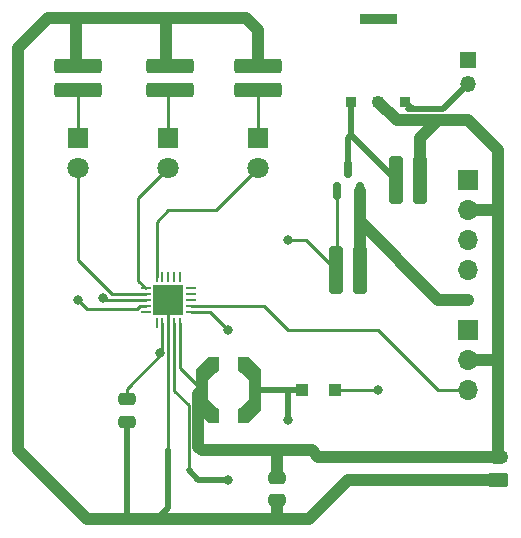
<source format=gbr>
%TF.GenerationSoftware,KiCad,Pcbnew,7.0.9*%
%TF.CreationDate,2023-12-04T00:09:17-03:00*%
%TF.ProjectId,regador,72656761-646f-4722-9e6b-696361645f70,1.0*%
%TF.SameCoordinates,Original*%
%TF.FileFunction,Copper,L1,Top*%
%TF.FilePolarity,Positive*%
%FSLAX46Y46*%
G04 Gerber Fmt 4.6, Leading zero omitted, Abs format (unit mm)*
G04 Created by KiCad (PCBNEW 7.0.9) date 2023-12-04 00:09:17*
%MOMM*%
%LPD*%
G01*
G04 APERTURE LIST*
G04 Aperture macros list*
%AMRoundRect*
0 Rectangle with rounded corners*
0 $1 Rounding radius*
0 $2 $3 $4 $5 $6 $7 $8 $9 X,Y pos of 4 corners*
0 Add a 4 corners polygon primitive as box body*
4,1,4,$2,$3,$4,$5,$6,$7,$8,$9,$2,$3,0*
0 Add four circle primitives for the rounded corners*
1,1,$1+$1,$2,$3*
1,1,$1+$1,$4,$5*
1,1,$1+$1,$6,$7*
1,1,$1+$1,$8,$9*
0 Add four rect primitives between the rounded corners*
20,1,$1+$1,$2,$3,$4,$5,0*
20,1,$1+$1,$4,$5,$6,$7,0*
20,1,$1+$1,$6,$7,$8,$9,0*
20,1,$1+$1,$8,$9,$2,$3,0*%
%AMFreePoly0*
4,1,11,1.467500,1.700000,0.527500,0.844500,0.527500,-0.844500,1.467500,-1.700000,1.467500,-2.755000,0.527500,-2.755000,-0.527500,-1.700000,-0.527500,1.700000,0.527500,2.755000,1.467500,2.755000,1.467500,1.700000,1.467500,1.700000,$1*%
%AMFreePoly1*
4,1,11,0.527500,1.700000,0.527500,-1.700000,-0.527500,-2.755000,-1.467500,-2.755000,-1.467500,-1.700000,-0.527500,-0.844500,-0.527500,0.844500,-1.467500,1.700000,-1.467500,2.755000,-0.527500,2.755000,0.527500,1.700000,0.527500,1.700000,$1*%
G04 Aperture macros list end*
%TA.AperFunction,SMDPad,CuDef*%
%ADD10R,0.863600X0.812800*%
%TD*%
%TA.AperFunction,SMDPad,CuDef*%
%ADD11RoundRect,0.250000X-0.475000X0.250000X-0.475000X-0.250000X0.475000X-0.250000X0.475000X0.250000X0*%
%TD*%
%TA.AperFunction,SMDPad,CuDef*%
%ADD12RoundRect,0.062500X-0.362500X-0.062500X0.362500X-0.062500X0.362500X0.062500X-0.362500X0.062500X0*%
%TD*%
%TA.AperFunction,SMDPad,CuDef*%
%ADD13RoundRect,0.062500X-0.062500X-0.362500X0.062500X-0.362500X0.062500X0.362500X-0.062500X0.362500X0*%
%TD*%
%TA.AperFunction,SMDPad,CuDef*%
%ADD14R,2.600000X2.600000*%
%TD*%
%TA.AperFunction,SMDPad,CuDef*%
%ADD15RoundRect,0.250000X-0.350000X-1.775000X0.350000X-1.775000X0.350000X1.775000X-0.350000X1.775000X0*%
%TD*%
%TA.AperFunction,ComponentPad*%
%ADD16R,1.800000X1.800000*%
%TD*%
%TA.AperFunction,ComponentPad*%
%ADD17C,1.800000*%
%TD*%
%TA.AperFunction,SMDPad,CuDef*%
%ADD18RoundRect,0.250000X1.775000X-0.350000X1.775000X0.350000X-1.775000X0.350000X-1.775000X-0.350000X0*%
%TD*%
%TA.AperFunction,SMDPad,CuDef*%
%ADD19RoundRect,0.250000X0.300000X0.300000X-0.300000X0.300000X-0.300000X-0.300000X0.300000X-0.300000X0*%
%TD*%
%TA.AperFunction,ComponentPad*%
%ADD20R,1.700000X1.700000*%
%TD*%
%TA.AperFunction,ComponentPad*%
%ADD21O,1.700000X1.700000*%
%TD*%
%TA.AperFunction,SMDPad,CuDef*%
%ADD22FreePoly0,0.000000*%
%TD*%
%TA.AperFunction,SMDPad,CuDef*%
%ADD23FreePoly1,0.000000*%
%TD*%
%TA.AperFunction,SMDPad,CuDef*%
%ADD24RoundRect,0.150000X0.150000X-0.587500X0.150000X0.587500X-0.150000X0.587500X-0.150000X-0.587500X0*%
%TD*%
%TA.AperFunction,ComponentPad*%
%ADD25O,1.350000X1.350000*%
%TD*%
%TA.AperFunction,ComponentPad*%
%ADD26R,1.350000X1.350000*%
%TD*%
%TA.AperFunction,SMDPad,CuDef*%
%ADD27RoundRect,0.250000X0.350000X1.775000X-0.350000X1.775000X-0.350000X-1.775000X0.350000X-1.775000X0*%
%TD*%
%TA.AperFunction,ComponentPad*%
%ADD28RoundRect,0.250000X0.625000X-0.350000X0.625000X0.350000X-0.625000X0.350000X-0.625000X-0.350000X0*%
%TD*%
%TA.AperFunction,ComponentPad*%
%ADD29O,1.750000X1.200000*%
%TD*%
%TA.AperFunction,ViaPad*%
%ADD30C,0.800000*%
%TD*%
%TA.AperFunction,Conductor*%
%ADD31C,0.250000*%
%TD*%
%TA.AperFunction,Conductor*%
%ADD32C,1.000000*%
%TD*%
%TA.AperFunction,Conductor*%
%ADD33C,0.500000*%
%TD*%
G04 APERTURE END LIST*
%TA.AperFunction,EtchedComponent*%
%TO.C,MOSFET1*%
G36*
X137144800Y-79956250D02*
G01*
X133995200Y-79956250D01*
X133995200Y-79143450D01*
X137144800Y-79143450D01*
X137144800Y-79956250D01*
G37*
%TD.AperFunction*%
%TD*%
D10*
%TO.P,MOSFET1,1,G*%
%TO.N,Net-(MOSFET1-G)*%
X133270000Y-86560250D03*
%TO.P,MOSFET1,2,D*%
%TO.N,VCC*%
X135570000Y-86560250D03*
%TO.P,MOSFET1,3,S*%
%TO.N,Net-(J2-Pin_2)*%
X137870000Y-86560250D03*
%TD*%
D11*
%TO.P,C3,1*%
%TO.N,Net-(D4-K)*%
X114300000Y-111760000D03*
%TO.P,C3,2*%
%TO.N,GND*%
X114300000Y-113660000D03*
%TD*%
%TO.P,C1,1*%
%TO.N,VCC*%
X127000000Y-118430000D03*
%TO.P,C1,2*%
%TO.N,GND*%
X127000000Y-120330000D03*
%TD*%
D12*
%TO.P,U1,1,PB2*%
%TO.N,/B2*%
X115865000Y-102375050D03*
%TO.P,U1,2,PB3*%
%TO.N,/B3*%
X115865000Y-102875050D03*
%TO.P,U1,3,PB4*%
%TO.N,/B4*%
X115865000Y-103375050D03*
%TO.P,U1,4,PB5*%
%TO.N,/Pump*%
X115865000Y-103875050D03*
%TO.P,U1,5,PB6*%
%TO.N,unconnected-(U1-PB6-Pad5)*%
X115865000Y-104375050D03*
D13*
%TO.P,U1,6,PB7*%
%TO.N,unconnected-(U1-PB7-Pad6)*%
X116790000Y-105300050D03*
%TO.P,U1,7,VCC*%
%TO.N,Net-(D4-K)*%
X117290000Y-105300050D03*
%TO.P,U1,8,GND*%
%TO.N,GND*%
X117790000Y-105300050D03*
%TO.P,U1,9,LSW*%
%TO.N,Net-(D4-A)*%
X118290000Y-105300050D03*
%TO.P,U1,10,VBAT*%
%TO.N,VCC*%
X118790000Y-105300050D03*
D12*
%TO.P,U1,11,PA0*%
%TO.N,/A0*%
X119715000Y-104375050D03*
%TO.P,U1,12,PA1*%
%TO.N,/A1*%
X119715000Y-103875050D03*
%TO.P,U1,13,PA2*%
%TO.N,unconnected-(U1-PA2-Pad13)*%
X119715000Y-103375050D03*
%TO.P,U1,14,PA3*%
%TO.N,unconnected-(U1-PA3-Pad14)*%
X119715000Y-102875050D03*
%TO.P,U1,15,PA4*%
%TO.N,unconnected-(U1-PA4-Pad15)*%
X119715000Y-102375050D03*
D13*
%TO.P,U1,16,PA5*%
%TO.N,unconnected-(U1-PA5-Pad16)*%
X118790000Y-101450050D03*
%TO.P,U1,17,PA6*%
%TO.N,unconnected-(U1-PA6-Pad17)*%
X118290000Y-101450050D03*
%TO.P,U1,18,~{RESET}/PA7*%
%TO.N,unconnected-(U1-~{RESET}{slash}PA7-Pad18)*%
X117790000Y-101450050D03*
%TO.P,U1,19,PB0*%
%TO.N,/B0*%
X117290000Y-101450050D03*
%TO.P,U1,20,PB1*%
%TO.N,/B1*%
X116790000Y-101450050D03*
D14*
%TO.P,U1,21,GND*%
%TO.N,GND*%
X117790000Y-103375050D03*
%TD*%
D15*
%TO.P,R5,2*%
%TO.N,GND*%
X134055000Y-100835050D03*
%TO.P,R5,1*%
%TO.N,/Pump*%
X132005000Y-100835050D03*
%TD*%
D16*
%TO.P,D2,1,K*%
%TO.N,Net-(D2-K)*%
X117790000Y-89664950D03*
D17*
%TO.P,D2,2,A*%
%TO.N,/B2*%
X117790000Y-92204950D03*
%TD*%
D18*
%TO.P,R1,1*%
%TO.N,Net-(D1-K)*%
X125410000Y-85609950D03*
%TO.P,R1,2*%
%TO.N,GND*%
X125410000Y-83559950D03*
%TD*%
D16*
%TO.P,D3,1,K*%
%TO.N,Net-(D3-K)*%
X110170000Y-89664950D03*
D17*
%TO.P,D3,2,A*%
%TO.N,/B3*%
X110170000Y-92204950D03*
%TD*%
D18*
%TO.P,R3,1*%
%TO.N,Net-(D3-K)*%
X110170000Y-85609950D03*
%TO.P,R3,2*%
%TO.N,GND*%
X110170000Y-83559950D03*
%TD*%
D17*
%TO.P,D1,2,A*%
%TO.N,/B1*%
X125410000Y-92204950D03*
D16*
%TO.P,D1,1,K*%
%TO.N,Net-(D1-K)*%
X125410000Y-89664950D03*
%TD*%
D19*
%TO.P,D4,2,A*%
%TO.N,Net-(D4-A)*%
X129090000Y-110995050D03*
%TO.P,D4,1,K*%
%TO.N,Net-(D4-K)*%
X131890000Y-110995050D03*
%TD*%
D20*
%TO.P,J4,1,Pin_1*%
%TO.N,GND*%
X143190000Y-105915050D03*
D21*
%TO.P,J4,2,Pin_2*%
%TO.N,VCC*%
X143190000Y-108455050D03*
%TO.P,J4,3,Pin_3*%
%TO.N,/A1*%
X143190000Y-110995050D03*
%TD*%
D22*
%TO.P,LPS5030-153,1,1*%
%TO.N,VCC*%
X120642500Y-110995050D03*
D23*
%TO.P,LPS5030-153,2,2*%
%TO.N,Net-(D4-A)*%
X125097500Y-110995050D03*
%TD*%
D20*
%TO.P,J3,1,Pin_1*%
%TO.N,GND*%
X143190000Y-93215050D03*
D21*
%TO.P,J3,2,Pin_2*%
%TO.N,VCC*%
X143190000Y-95755050D03*
%TO.P,J3,3,Pin_3*%
%TO.N,/B4*%
X143190000Y-98295050D03*
%TO.P,J3,4,Pin_4*%
%TO.N,/A0*%
X143190000Y-100835050D03*
%TD*%
D24*
%TO.P,Q3,1,G*%
%TO.N,/Pump*%
X132080000Y-94152550D03*
%TO.P,Q3,2,S*%
%TO.N,GND*%
X133980000Y-94152550D03*
%TO.P,Q3,3,D*%
%TO.N,Net-(MOSFET1-G)*%
X133030000Y-92277550D03*
%TD*%
D25*
%TO.P,J2,2,Pin_2*%
%TO.N,Net-(J2-Pin_2)*%
X143190000Y-85055050D03*
D26*
%TO.P,J2,1,Pin_1*%
%TO.N,GND*%
X143190000Y-83055050D03*
%TD*%
D27*
%TO.P,R4,2*%
%TO.N,Net-(MOSFET1-G)*%
X137085000Y-93215050D03*
%TO.P,R4,1*%
%TO.N,VCC*%
X139135000Y-93215050D03*
%TD*%
D18*
%TO.P,R2,1*%
%TO.N,Net-(D2-K)*%
X117965200Y-85609950D03*
%TO.P,R2,2*%
%TO.N,GND*%
X117965200Y-83559950D03*
%TD*%
D28*
%TO.P,J1,1,Pin_1*%
%TO.N,GND*%
X145730000Y-118615050D03*
D29*
%TO.P,J1,2,Pin_2*%
%TO.N,VCC*%
X145730000Y-116615050D03*
%TD*%
D30*
%TO.N,Net-(D4-A)*%
X122870000Y-118615050D03*
X127950000Y-113535050D03*
%TO.N,Net-(D4-K)*%
X117065500Y-107875550D03*
X135570000Y-110995050D03*
%TO.N,/A0*%
X122870000Y-105915050D03*
%TO.N,/B4*%
X112296206Y-103150954D03*
%TO.N,/Pump*%
X110170000Y-103375050D03*
X127950000Y-98295050D03*
%TO.N,GND*%
X143190000Y-103375050D03*
%TD*%
D31*
%TO.N,GND*%
X117790000Y-105300050D02*
X117790000Y-103375050D01*
D32*
X127000000Y-121920000D02*
X127000000Y-120330000D01*
X127000000Y-121920000D02*
X129725050Y-121920000D01*
X114300000Y-121920000D02*
X127000000Y-121920000D01*
D33*
X117790000Y-120970000D02*
X117790000Y-116075050D01*
X116840000Y-121920000D02*
X117790000Y-120970000D01*
D32*
X107630000Y-79490050D02*
X110170000Y-79490050D01*
X105090000Y-82030050D02*
X107630000Y-79490050D01*
X105090000Y-116075050D02*
X105090000Y-82030050D01*
X114300000Y-121920000D02*
X110934950Y-121920000D01*
X129725050Y-121920000D02*
X133030000Y-118615050D01*
X110934950Y-121920000D02*
X105090000Y-116075050D01*
X133030000Y-118615050D02*
X145730000Y-118615050D01*
D33*
X114300000Y-121920000D02*
X114300000Y-113660000D01*
D32*
%TO.N,VCC*%
X127000000Y-116075050D02*
X127000000Y-118430000D01*
X127950000Y-116075050D02*
X127000000Y-116075050D01*
D31*
%TO.N,Net-(D4-K)*%
X114300000Y-110865550D02*
X117290000Y-107875550D01*
X114300000Y-111760000D02*
X114300000Y-110865550D01*
X117290000Y-107875550D02*
X117290000Y-105300050D01*
%TO.N,/Pump*%
X115390260Y-103875050D02*
X115865000Y-103875050D01*
X115125310Y-104140000D02*
X115390260Y-103875050D01*
X110934950Y-104140000D02*
X115125310Y-104140000D01*
X110170000Y-103375050D02*
X110934950Y-104140000D01*
D32*
%TO.N,VCC*%
X145730000Y-90675050D02*
X145730000Y-95755050D01*
X145730000Y-95755050D02*
X143190000Y-95755050D01*
X145730000Y-108455050D02*
X145730000Y-95755050D01*
X143190000Y-88135050D02*
X138110000Y-88135050D01*
X145730000Y-90675050D02*
X143190000Y-88135050D01*
%TO.N,GND*%
X140650000Y-103375050D02*
X133980000Y-96705050D01*
X143190000Y-103375050D02*
X140650000Y-103375050D01*
%TO.N,VCC*%
X143190000Y-108455050D02*
X145730000Y-108455050D01*
X145730000Y-116615050D02*
X145730000Y-108455050D01*
X130490000Y-116615050D02*
X145730000Y-116615050D01*
X129950000Y-116075050D02*
X130490000Y-116615050D01*
X127950000Y-116075050D02*
X129950000Y-116075050D01*
D31*
%TO.N,/Pump*%
X129465000Y-98295050D02*
X132005000Y-100835050D01*
X127950000Y-98295050D02*
X129465000Y-98295050D01*
%TO.N,/A1*%
X127950000Y-105915050D02*
X135570000Y-105915050D01*
X125910000Y-103875050D02*
X127950000Y-105915050D01*
X119715000Y-103875050D02*
X125910000Y-103875050D01*
D33*
%TO.N,Net-(J2-Pin_2)*%
X143190000Y-85055050D02*
X141060000Y-87185050D01*
X141060000Y-87185050D02*
X138110000Y-87185050D01*
%TO.N,Net-(D4-A)*%
X122870000Y-118615050D02*
X120330000Y-118615050D01*
X120330000Y-118615050D02*
X119505000Y-117790050D01*
X127950000Y-110995050D02*
X127950000Y-113535050D01*
D31*
%TO.N,Net-(D4-K)*%
X131890000Y-110995050D02*
X135570000Y-110995050D01*
%TO.N,/A1*%
X135570000Y-105915050D02*
X140650000Y-110995050D01*
X140650000Y-110995050D02*
X143190000Y-110995050D01*
%TO.N,/A0*%
X121330000Y-104375050D02*
X119715000Y-104375050D01*
X122870000Y-105915050D02*
X121330000Y-104375050D01*
%TO.N,/B4*%
X112296206Y-103150954D02*
X112520302Y-103375050D01*
X112520302Y-103375050D02*
X115865000Y-103375050D01*
%TO.N,/Pump*%
X132080000Y-100760050D02*
X132005000Y-100835050D01*
X132080000Y-94152550D02*
X132080000Y-100760050D01*
D32*
%TO.N,GND*%
X134055000Y-96780050D02*
X134055000Y-100835050D01*
X133980000Y-96705050D02*
X134055000Y-96780050D01*
X133980000Y-96705050D02*
X133980000Y-94152550D01*
D33*
%TO.N,Net-(MOSFET1-G)*%
X133270000Y-89400050D02*
X133030000Y-89640050D01*
X133030000Y-89640050D02*
X133030000Y-92277550D01*
X137085000Y-93215050D02*
X133270000Y-89400050D01*
X133270000Y-89400050D02*
X133270000Y-86560250D01*
%TO.N,Net-(J2-Pin_2)*%
X138494800Y-87185050D02*
X137870000Y-86560250D01*
D32*
%TO.N,VCC*%
X137144800Y-88135050D02*
X135570000Y-86560250D01*
X140650000Y-88135050D02*
X137144800Y-88135050D01*
X140650000Y-88135050D02*
X139135000Y-89650050D01*
X139135000Y-89650050D02*
X139135000Y-93215050D01*
D31*
%TO.N,/B1*%
X116790000Y-96755050D02*
X116790000Y-101450050D01*
X121859900Y-95755050D02*
X117790000Y-95755050D01*
X117790000Y-95755050D02*
X116790000Y-96755050D01*
X125410000Y-92204950D02*
X121859900Y-95755050D01*
%TO.N,/B3*%
X113044900Y-102875050D02*
X115865000Y-102875050D01*
X110170000Y-100000150D02*
X113044900Y-102875050D01*
X110170000Y-92204950D02*
X110170000Y-100000150D01*
%TO.N,/B2*%
X115250000Y-101760050D02*
X115865000Y-102375050D01*
X115250000Y-94744950D02*
X115250000Y-101760050D01*
X117790000Y-92204950D02*
X115250000Y-94744950D01*
%TO.N,Net-(D4-A)*%
X119505000Y-112260050D02*
X118290000Y-111045050D01*
X118290000Y-111045050D02*
X118290000Y-105300050D01*
X119505000Y-117790050D02*
X119505000Y-112260050D01*
D33*
X127950000Y-110995050D02*
X129090000Y-110995050D01*
X125097500Y-110995050D02*
X127950000Y-110995050D01*
D32*
%TO.N,GND*%
X117790000Y-79490050D02*
X117614800Y-79665250D01*
X115250000Y-79490050D02*
X117790000Y-79490050D01*
X110170000Y-79490050D02*
X115250000Y-79490050D01*
D31*
X117790000Y-105300050D02*
X117790000Y-116075050D01*
X125585200Y-83384750D02*
X125410000Y-83559950D01*
D32*
X117790000Y-79490050D02*
X124385000Y-79490050D01*
X117614800Y-79665250D02*
X117614800Y-83559950D01*
X125410000Y-80515050D02*
X125410000Y-83055050D01*
X124385000Y-79490050D02*
X125410000Y-80515050D01*
X109994800Y-79665250D02*
X109994800Y-83559950D01*
X110170000Y-79490050D02*
X109994800Y-79665250D01*
%TO.N,VCC*%
X127950000Y-116075050D02*
X120642500Y-116075050D01*
X120330000Y-111307550D02*
X120642500Y-110995050D01*
D31*
X118790000Y-105300050D02*
X118790000Y-109142550D01*
D32*
X120330000Y-115762550D02*
X120330000Y-111307550D01*
X120642500Y-116075050D02*
X120330000Y-115762550D01*
D31*
X118790000Y-109142550D02*
X120642500Y-110995050D01*
%TO.N,Net-(D1-K)*%
X125410000Y-89664950D02*
X125410000Y-85609950D01*
%TO.N,Net-(D2-K)*%
X117790000Y-89664950D02*
X117790000Y-85609950D01*
%TO.N,Net-(D3-K)*%
X110170000Y-89664950D02*
X110170000Y-85609950D01*
%TD*%
M02*

</source>
